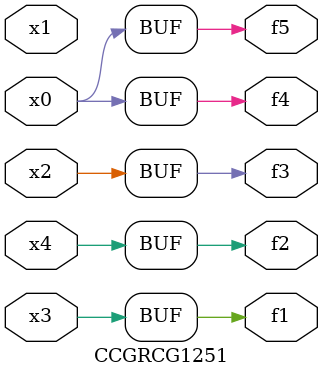
<source format=v>
module CCGRCG1251(
	input x0, x1, x2, x3, x4,
	output f1, f2, f3, f4, f5
);
	assign f1 = x3;
	assign f2 = x4;
	assign f3 = x2;
	assign f4 = x0;
	assign f5 = x0;
endmodule

</source>
